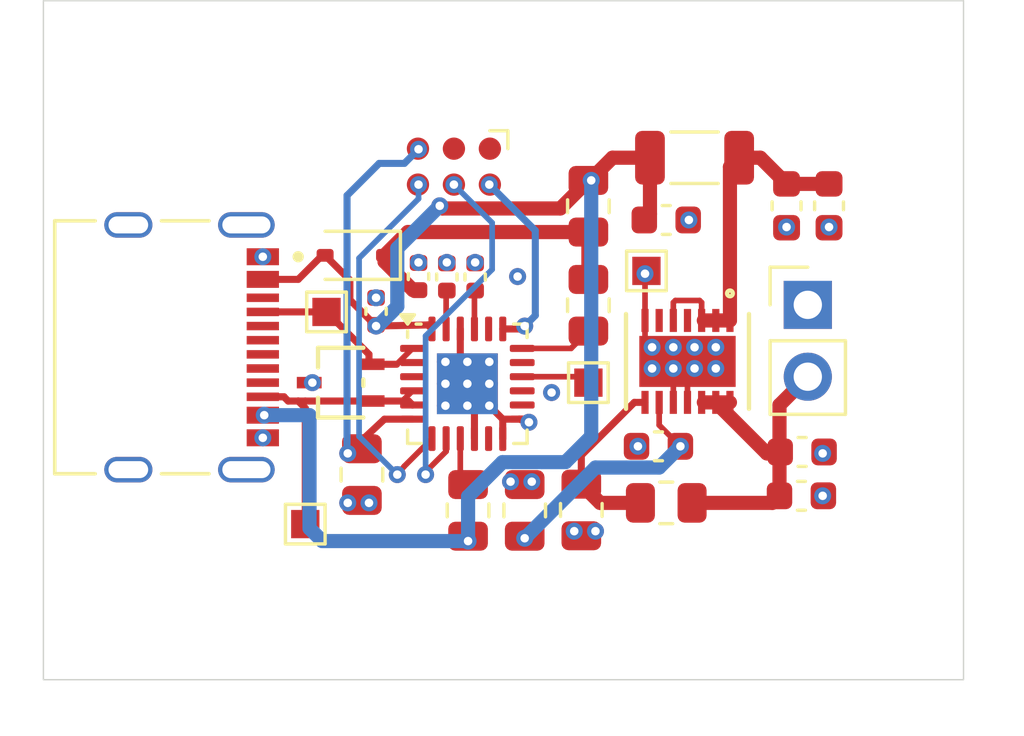
<source format=kicad_pcb>
(kicad_pcb (version 20240108) (generator "pcbnew") (generator_version "8.0")
  (layers (0 "F.Cu" signal) (1 "In1.Cu" signal) (2 "In2.Cu" signal) (31 "B.Cu" signal) (34 "B.Paste" user) (35 "F.Paste" user) (36 "B.SilkS" user "B.Silkscreen") (37 "F.SilkS" user "F.Silkscreen") (38 "B.Mask" user) (39 "F.Mask" user) (44 "Edge.Cuts" user))
  (net 0 "")
  (net 1 "GND")
  (net 2 "Net-(D1-K)")
  (net 3 "Net-(U1-VREG_1V2)")
  (net 4 "Net-(U1-VREG_2V7)")
  (net 5 "9v")
  (net 6 "+6V2")
  (net 7 "Net-(U3-SET)")
  (net 15 "Net-(J3-Pin_4)")
  (net 17 "Net-(J3-Pin_2)")
  (net 18 "Net-(J3-Pin_6)")
  (net 19 "/RESET")
  (net 20 "Net-(U1-VBUS_VS_DISCH)")
  (net 21 "Net-(U1-DISCH)")
  (net 22 "Net-(U3-PGFB)")
  (net 23 "Net-(U1-VBUS_EN_SNK)")
  (net 31 "/CC2")
  (net 32 "/CC1")
  (net 33 "unconnected-(U3-PG-Pad6)")
  (net 34 "Net-(D1-A)")
  (footprint "Capacitor_SMD:C_0603_1608Metric" (layer "F.Cu") (at 102.225 80.75 180)
    (property "Reference" "C11" (hide yes))
    (property "Value" "10u")
    (fp_line (start -0.14058 0.51) (end 0.14058 0.51) (stroke (width 0.12)) (layer "F.SilkS"))
    (fp_line (start -0.14058 -0.51) (end 0.14058 -0.51) (stroke (width 0.12)) (layer "F.SilkS"))
    (pad "1" smd roundrect (at -0.775 0 180) (size 0.9 0.95) (layers "F.Cu" "F.Paste" "F.Mask") (net 7 "Net-(U3-SET)"))
    (pad "2" smd roundrect (at 0.775 0 180) (size 0.9 0.95) (layers "F.Cu" "F.Paste" "F.Mask") (net 1 "GND"))
  )
  (footprint "Resistor_SMD:R_0805_2012Metric" (layer "F.Cu") (at 91.75 81.75 90)
    (property "Reference" "R1" (hide yes))
    (property "Value" "100k")
    (fp_line (start -0.227064 -0.735) (end 0.227064 -0.735) (stroke (width 0.12)) (layer "F.SilkS"))
    (fp_line (start -0.227064 0.735) (end 0.227064 0.735) (stroke (width 0.12)) (layer "F.SilkS"))
    (pad "1" smd roundrect (at -0.9125 0 90) (size 1.025 1.4) (layers "F.Cu" "F.Paste" "F.Mask") (roundrect_rratio 0.243902) (net 1 "GND"))
    (pad "2" smd roundrect (at 0.9125 0 90) (size 1.025 1.4) (layers "F.Cu" "F.Paste" "F.Mask") (roundrect_rratio 0.243902) (net 19 "/RESET"))
  )
  (footprint "lt3041:05-08-1708_ADI" (layer "F.Cu") (at 103.25 77.75 -90)
    (property "Reference" "U3" (hide yes))
    (property "Value" "LT3041ADE-PBF")
    (fp_line (start -1.6764 2.1717) (end 1.6764 2.1717) (stroke (width 0.1524)) (layer "F.SilkS"))
    (fp_line (start 1.6764 -2.1717) (end -1.6764 -2.1717) (stroke (width 0.1524)) (layer "F.SilkS"))
    (fp_circle (center -2.405 -1.5) (end -2.3034 -1.5) (stroke (width 0.1524)) (fill none) (layer "F.SilkS"))
    (pad "1" smd rect (at -1.4478 -1.5 270) (size 0.8128 0.254) (layers "F.Cu" "F.Paste" "F.Mask") (net 5 "9v"))
    (pad "2" smd rect (at -1.4478 -1.000001 270) (size 0.8128 0.254) (layers "F.Cu" "F.Paste" "F.Mask") (net 5 "9v"))
    (pad "3" smd rect (at -1.4478 -0.499999 270) (size 0.8128 0.254) (layers "F.Cu" "F.Paste" "F.Mask") (net 5 "9v"))
    (pad "4" smd rect (at -1.4478 0 270) (size 0.8128 0.254) (layers "F.Cu" "F.Paste" "F.Mask"))
    (pad "5" smd rect (at -1.4478 0.500002 270) (size 0.8128 0.254) (layers "F.Cu" "F.Paste" "F.Mask") (net 5 "9v"))
    (pad "6" smd rect (at -1.4478 1.000001 270) (size 0.8128 0.254) (layers "F.Cu" "F.Paste" "F.Mask") (net 33 "unconnected-(U3-PG-Pad6)"))
    (pad "7" smd rect (at -1.4478 1.5 270) (size 0.8128 0.254) (layers "F.Cu" "F.Paste" "F.Mask") (net 1 "GND"))
    (pad "8" smd rect (at 1.4478 1.5 270) (size 0.8128 0.254) (layers "F.Cu" "F.Paste" "F.Mask") (net 22 "Net-(U3-PGFB)"))
    (pad "9" smd rect (at 1.4478 1.000001 270) (size 0.8128 0.254) (layers "F.Cu" "F.Paste" "F.Mask") (net 7 "Net-(U3-SET)"))
    (pad "10" smd rect (at 1.4478 0.499999 270) (size 0.8128 0.254) (layers "F.Cu" "F.Paste" "F.Mask") (net 1 "GND"))
    (pad "11" smd rect (at 1.4478 0 270) (size 0.8128 0.254) (layers "F.Cu" "F.Paste" "F.Mask") (net 1 "GND"))
    (pad "12" smd rect (at 1.4478 -0.500002 270) (size 0.8128 0.254) (layers "F.Cu" "F.Paste" "F.Mask") (net 6 "+6V2"))
    (pad "13" smd rect (at 1.4478 -1.000001 270) (size 0.8128 0.254) (layers "F.Cu" "F.Paste" "F.Mask") (net 6 "+6V2"))
    (pad "14" smd rect (at 1.4478 -1.5 270) (size 0.8128 0.254) (layers "F.Cu" "F.Paste" "F.Mask") (net 6 "+6V2"))
    (pad "15" smd rect (at 0 0 270) (size 1.8034 3.4036) (layers "F.Cu" "F.Paste" "F.Mask") (net 1 "GND"))
  )
  (footprint "Capacitor_SMD:C_0402_1005Metric" (layer "F.Cu") (at 94.75 74.765 90)
    (property "Reference" "C3" (hide yes))
    (property "Value" "1u")
    (fp_line (start -0.107836 -0.36) (end 0.107836 -0.36) (stroke (width 0.12)) (layer "F.SilkS"))
    (fp_line (start -0.107836 0.36) (end 0.107836 0.36) (stroke (width 0.12)) (layer "F.SilkS"))
    (pad "1" smd roundrect (at -0.48 0 90) (size 0.56 0.62) (layers "F.Cu" "F.Paste" "F.Mask") (net 4 "Net-(U1-VREG_2V7)"))
    (pad "2" smd roundrect (at 0.48 0 90) (size 0.56 0.62) (layers "F.Cu" "F.Paste" "F.Mask") (net 1 "GND"))
  )
  (footprint "Resistor_SMD:R_0805_2012Metric" (layer "F.Cu") (at 102.5 82.75 180)
    (property "Reference" "R9" (hide yes))
    (property "Value" "1M")
    (fp_line (start -0.227064 0.735) (end 0.227064 0.735) (stroke (width 0.12)) (layer "F.SilkS"))
    (fp_line (start -0.227064 -0.735) (end 0.227064 -0.735) (stroke (width 0.12)) (layer "F.SilkS"))
    (pad "1" smd roundrect (at -0.9125 0 180) (size 1.025 1.4) (layers "F.Cu" "F.Paste" "F.Mask") (roundrect_rratio 0.243902) (net 6 "+6V2"))
    (pad "2" smd roundrect (at 0.9125 0 180) (size 1.025 1.4) (layers "F.Cu" "F.Paste" "F.Mask") (roundrect_rratio 0.243902) (net 22 "Net-(U3-PGFB)"))
  )
  (footprint "typec:HRO_TYPE-C-31-M-12" (layer "F.Cu") (at 83.5 77.25 -90)
    (property "Reference" "J1" (hide yes))
    (property "Value" "TYPE-C-31-M-12")
    (fp_line (start -4.47 2.6) (end 4.47 2.6) (stroke (width 0.127)) (layer "F.SilkS"))
    (fp_line (start -4.47 2.6) (end -4.47 1.17) (stroke (width 0.127)) (layer "F.SilkS"))
    (fp_line (start 4.47 2.6) (end 4.47 1.17) (stroke (width 0.127)) (layer "F.SilkS"))
    (fp_line (start -4.47 -2.85) (end -4.47 -1.17) (stroke (width 0.127)) (layer "F.SilkS"))
    (fp_line (start 4.47 -2.85) (end 4.47 -1.17) (stroke (width 0.127)) (layer "F.SilkS"))
    (fp_circle (center -3.2 -6) (end -3.1 -6) (stroke (width 0.2)) (fill none) (layer "F.SilkS"))
    (pad "" np_thru_hole circle (at -2.89 -3.68 270) (size 0.6 0.6) (drill 0.6) (layers "*.Cu" "*.Mask"))
    (pad "" np_thru_hole circle (at 2.89 -3.68 270) (size 0.6 0.6) (drill 0.6) (layers "*.Cu" "*.Mask"))
    (pad "A1_B12" smd rect (at -3.2 -4.75 270) (size 0.6 1.14) (layers "F.Cu" "F.Paste") (net 1 "GND"))
    (pad "A4_B9" smd rect (at -2.4 -4.75 270) (size 0.6 1.14) (layers "F.Cu" "F.Paste") (net 34 "Net-(D1-A)"))
    (pad "A5" smd rect (at -1.25 -4.75 270) (size 0.3 1.14) (layers "F.Cu" "F.Paste") (net 32 "/CC1"))
    (pad "A6" smd rect (at -0.25 -4.75 270) (size 0.3 1.14) (layers "F.Cu" "F.Paste"))
    (pad "A7" smd rect (at 0.25 -4.75 270) (size 0.3 1.14) (layers "F.Cu" "F.Paste"))
    (pad "A8" smd rect (at 1.25 -4.75 270) (size 0.3 1.14) (layers "F.Cu" "F.Paste"))
    (pad "B1_A12" smd rect (at 3.2 -4.75 270) (size 0.6 1.14) (layers "F.Cu" "F.Paste") (net 1 "GND"))
    (pad "B4_A9" smd rect (at 2.4 -4.75 270) (size 0.6 1.14) (layers "F.Cu" "F.Paste") (net 34 "Net-(D1-A)"))
    (pad "B5" smd rect (at 1.75 -4.75 270) (size 0.3 1.14) (layers "F.Cu" "F.Paste") (net 31 "/CC2"))
    (pad "B6" smd rect (at 0.75 -4.75 270) (size 0.3 1.14) (layers "F.Cu" "F.Paste"))
    (pad "B7" smd rect (at -0.75 -4.75 270) (size 0.3 1.14) (layers "F.Cu" "F.Paste"))
    (pad "B8" smd rect (at -1.75 -4.75 270) (size 0.3 1.14) (layers "F.Cu" "F.Paste"))
    (pad "S1" thru_hole oval (at -4.325 -4.17 270) (size 0.9 2) (drill oval 0.6 1.7) (layers "*.Cu" "*.Mask") (net 1 "GND"))
    (pad "S2" thru_hole oval (at 4.325 -4.17 270) (size 0.9 2) (drill oval 0.6 1.7) (layers "*.Cu" "*.Mask") (net 1 "GND"))
    (pad "S3" thru_hole oval (at -4.325 0 270) (size 0.9 1.7) (drill oval 0.6 1.4) (layers "*.Cu" "*.Mask") (net 1 "GND"))
    (pad "S4" thru_hole oval (at 4.325 0 270) (size 0.9 1.7) (drill oval 0.6 1.4) (layers "*.Cu" "*.Mask") (net 1 "GND"))
  )
  (footprint "Connector_PinHeader_2.54mm:PinHeader_1x02_P2.54mm_Vertical" (layer "F.Cu") (at 107.5 75.75)
    (property "Reference" "J2" (hide yes))
    (property "Value" "6vdc")
    (fp_line (start -1.33 -1.33) (end 0 -1.33) (stroke (width 0.12)) (layer "F.SilkS"))
    (fp_line (start -1.33 0) (end -1.33 -1.33) (stroke (width 0.12)) (layer "F.SilkS"))
    (fp_line (start -1.33 1.27) (end -1.33 3.87) (stroke (width 0.12)) (layer "F.SilkS"))
    (fp_line (start -1.33 1.27) (end 1.33 1.27) (stroke (width 0.12)) (layer "F.SilkS"))
    (fp_line (start -1.33 3.87) (end 1.33 3.87) (stroke (width 0.12)) (layer "F.SilkS"))
    (fp_line (start 1.33 1.27) (end 1.33 3.87) (stroke (width 0.12)) (layer "F.SilkS"))
    (pad "1" thru_hole rect (at 0 0) (size 1.7 1.7) (drill 1) (layers "*.Cu" "*.Mask") (net 1 "GND"))
    (pad "2" thru_hole oval (at 0 2.54) (size 1.7 1.7) (drill 1) (layers "*.Cu" "*.Mask") (net 6 "+6V2"))
  )
  (footprint "Capacitor_SMD:C_0603_1608Metric" (layer "F.Cu") (at 108.25 72.25 -90)
    (property "Reference" "C5" (hide yes))
    (property "Value" "10u")
    (fp_line (start -0.14058 0.51) (end 0.14058 0.51) (stroke (width 0.12)) (layer "F.SilkS"))
    (fp_line (start -0.14058 -0.51) (end 0.14058 -0.51) (stroke (width 0.12)) (layer "F.SilkS"))
    (pad "1" smd roundrect (at -0.775 0 270) (size 0.9 0.95) (layers "F.Cu" "F.Paste" "F.Mask") (net 5 "9v"))
    (pad "2" smd roundrect (at 0.775 0 270) (size 0.9 0.95) (layers "F.Cu" "F.Paste" "F.Mask") (net 1 "GND"))
  )
  (footprint "Tag-Connect:Tag-Connect_TC2030-IDC-NL_2x03_P1.27mm_Vertical" (layer "F.Cu") (at 95 70.865 180)
    (property "Reference" "J3" (hide yes))
    (property "Value" "TC2030-IDC")
    (fp_line (start -1.27 1.27) (end -1.905 1.27) (stroke (width 0.12)) (layer "F.SilkS"))
    (fp_line (start -1.905 1.27) (end -1.905 0.635) (stroke (width 0.12)) (layer "F.SilkS"))
    (pad "" np_thru_hole circle (at -2.54 0 180) (size 0.9906 0.9906) (drill 0.9906) (layers "*.Cu" "*.Mask"))
    (pad "" np_thru_hole circle (at 2.54 -1.016 180) (size 0.9906 0.9906) (drill 0.9906) (layers "*.Cu" "*.Mask"))
    (pad "" np_thru_hole circle (at 2.54 1.016 180) (size 0.9906 0.9906) (drill 0.9906) (layers "*.Cu" "*.Mask"))
    (pad "1" connect circle (at -1.27 0.635 180) (size 0.7874 0.7874) (layers "F.Cu" "F.Mask"))
    (pad "2" connect circle (at -1.27 -0.635 180) (size 0.7874 0.7874) (layers "F.Cu" "F.Mask") (net 17 "Net-(J3-Pin_2)"))
    (pad "3" connect circle (at 0 0.635 180) (size 0.7874 0.7874) (layers "F.Cu" "F.Mask"))
    (pad "4" connect circle (at 0 -0.635 180) (size 0.7874 0.7874) (layers "F.Cu" "F.Mask") (net 15 "Net-(J3-Pin_4)"))
    (pad "5" connect circle (at 1.27 0.635 180) (size 0.7874 0.7874) (layers "F.Cu" "F.Mask") (net 19 "/RESET"))
    (pad "6" connect circle (at 1.27 -0.635 180) (size 0.7874 0.7874) (layers "F.Cu" "F.Mask") (net 18 "Net-(J3-Pin_6)"))
  )
  (footprint "TestPoint:TestPoint_Pad_1.0x1.0mm" (layer "F.Cu") (at 101.8 74.55)
    (property "Reference" "TP2" (hide yes))
    (property "Value" "gnd")
    (fp_line (start -0.7 -0.7) (end 0.7 -0.7) (stroke (width 0.12)) (layer "F.SilkS"))
    (fp_line (start -0.7 0.7) (end -0.7 -0.7) (stroke (width 0.12)) (layer "F.SilkS"))
    (fp_line (start 0.7 -0.7) (end 0.7 0.7) (stroke (width 0.12)) (layer "F.SilkS"))
    (fp_line (start 0.7 0.7) (end -0.7 0.7) (stroke (width 0.12)) (layer "F.SilkS"))
    (pad "1" smd rect (at 0 0) (size 1 1) (layers "F.Cu" "F.Mask") (net 1 "GND"))
  )
  (footprint "Capacitor_SMD:C_0603_1608Metric" (layer "F.Cu") (at 106.75 72.25 -90)
    (property "Reference" "C4" (hide yes))
    (property "Value" "10u")
    (fp_line (start -0.14058 0.51) (end 0.14058 0.51) (stroke (width 0.12)) (layer "F.SilkS"))
    (fp_line (start -0.14058 -0.51) (end 0.14058 -0.51) (stroke (width 0.12)) (layer "F.SilkS"))
    (pad "1" smd roundrect (at -0.775 0 270) (size 0.9 0.95) (layers "F.Cu" "F.Paste" "F.Mask") (net 5 "9v"))
    (pad "2" smd roundrect (at 0.775 0 270) (size 0.9 0.95) (layers "F.Cu" "F.Paste" "F.Mask") (net 1 "GND"))
  )
  (footprint "MountingHole:MountingHole_2.5mm" (layer "F.Cu") (at 110 68)
    (property "Reference" "H1" (hide yes))
    (property "Value" "MountingHole")
    (pad "" np_thru_hole circle (at 0 0) (size 2.5 2.5) (drill 2.5) (layers "*.Cu" "*.Mask"))
  )
  (footprint "TestPoint:TestPoint_Pad_1.0x1.0mm" (layer "F.Cu") (at 90.5 76)
    (property "Reference" "TP4" (hide yes))
    (property "Value" "cc1")
    (fp_line (start -0.7 -0.7) (end 0.7 -0.7) (stroke (width 0.12)) (layer "F.SilkS"))
    (fp_line (start -0.7 0.7) (end -0.7 -0.7) (stroke (width 0.12)) (layer "F.SilkS"))
    (fp_line (start 0.7 -0.7) (end 0.7 0.7) (stroke (width 0.12)) (layer "F.SilkS"))
    (fp_line (start 0.7 0.7) (end -0.7 0.7) (stroke (width 0.12)) (layer "F.SilkS"))
    (pad "1" smd rect (at 0 0) (size 1 1) (layers "F.Cu" "F.Mask") (net 32 "/CC1"))
  )
  (footprint "Resistor_SMD:R_0805_2012Metric" (layer "F.Cu") (at 95.5 83.015 90)
    (property "Reference" "R7" (hide yes))
    (property "Value" "1k")
    (fp_line (start -0.227064 -0.735) (end 0.227064 -0.735) (stroke (width 0.12)) (layer "F.SilkS"))
    (fp_line (start -0.227064 0.735) (end 0.227064 0.735) (stroke (width 0.12)) (layer "F.SilkS"))
    (pad "1" smd roundrect (at -0.9125 0 90) (size 1.025 1.4) (layers "F.Cu" "F.Paste" "F.Mask") (roundrect_rratio 0.243902) (net 34 "Net-(D1-A)"))
    (pad "2" smd roundrect (at 0.9125 0 90) (size 1.025 1.4) (layers "F.Cu" "F.Paste" "F.Mask") (roundrect_rratio 0.243902) (net 21 "Net-(U1-DISCH)"))
  )
  (footprint "Capacitor_SMD:C_0402_1005Metric" (layer "F.Cu") (at 93.75 74.75 90)
    (property "Reference" "C1" (hide yes))
    (property "Value" "1u")
    (fp_line (start -0.107836 -0.36) (end 0.107836 -0.36) (stroke (width 0.12)) (layer "F.SilkS"))
    (fp_line (start -0.107836 0.36) (end 0.107836 0.36) (stroke (width 0.12)) (layer "F.SilkS"))
    (pad "1" smd roundrect (at -0.48 0 90) (size 0.56 0.62) (layers "F.Cu" "F.Paste" "F.Mask") (net 2 "Net-(D1-K)"))
    (pad "2" smd roundrect (at 0.48 0 90) (size 0.56 0.62) (layers "F.Cu" "F.Paste" "F.Mask") (net 1 "GND"))
  )
  (footprint "Capacitor_SMD:C_0603_1608Metric" (layer "F.Cu") (at 107.275 82.5)
    (property "Reference" "C9" (hide yes))
    (property "Value" "10u")
    (fp_line (start -0.14058 -0.51) (end 0.14058 -0.51) (stroke (width 0.12)) (layer "F.SilkS"))
    (fp_line (start -0.14058 0.51) (end 0.14058 0.51) (stroke (width 0.12)) (layer "F.SilkS"))
    (pad "1" smd roundrect (at -0.775 0) (size 0.9 0.95) (layers "F.Cu" "F.Paste" "F.Mask") (net 6 "+6V2"))
    (pad "2" smd roundrect (at 0.775 0) (size 0.9 0.95) (layers "F.Cu" "F.Paste" "F.Mask") (net 1 "GND"))
  )
  (footprint "Capacitor_SMD:C_0402_1005Metric" (layer "F.Cu") (at 92.25 75.98 -90)
    (property "Reference" "C7" (hide yes))
    (property "Value" "1u")
    (fp_line (start -0.107836 0.36) (end 0.107836 0.36) (stroke (width 0.12)) (layer "F.SilkS"))
    (fp_line (start -0.107836 -0.36) (end 0.107836 -0.36) (stroke (width 0.12)) (layer "F.SilkS"))
    (pad "1" smd roundrect (at -0.48 0 270) (size 0.56 0.62) (layers "F.Cu" "F.Paste" "F.Mask") (net 1 "GND"))
    (pad "2" smd roundrect (at 0.48 0 270) (size 0.56 0.62) (layers "F.Cu" "F.Paste" "F.Mask") (net 34 "Net-(D1-A)"))
  )
  (footprint "Resistor_SMD:R_0805_2012Metric" (layer "F.Cu") (at 99.5 83 -90)
    (property "Reference" "R10" (hide yes))
    (property "Value" "51k")
    (fp_line (start -0.227064 0.735) (end 0.227064 0.735) (stroke (width 0.12)) (layer "F.SilkS"))
    (fp_line (start -0.227064 -0.735) (end 0.227064 -0.735) (stroke (width 0.12)) (layer "F.SilkS"))
    (pad "1" smd roundrect (at -0.9125 0 270) (size 1.025 1.4) (layers "F.Cu" "F.Paste" "F.Mask") (roundrect_rratio 0.243902) (net 22 "Net-(U3-PGFB)"))
    (pad "2" smd roundrect (at 0.9125 0 270) (size 1.025 1.4) (layers "F.Cu" "F.Paste" "F.Mask") (roundrect_rratio 0.243902) (net 1 "GND"))
  )
  (footprint "Inductor_SMD:L_1206_3216Metric" (layer "F.Cu") (at 103.5 70.5494)
    (property "Reference" "FB1" (hide yes))
    (property "Value" "YI321611U151-4R5T")
    (fp_line (start -0.835242 -0.91) (end 0.835242 -0.91) (stroke (width 0.12)) (layer "F.SilkS"))
    (fp_line (start -0.835242 0.91) (end 0.835242 0.91) (stroke (width 0.12)) (layer "F.SilkS"))
    (pad "1" smd roundrect (at -1.575 0) (size 1.05 1.9) (layers "F.Cu" "F.Paste" "F.Mask") (roundrect_rratio 0.238095) (net 34 "Net-(D1-A)"))
    (pad "2" smd roundrect (at 1.575 0) (size 1.05 1.9) (layers "F.Cu" "F.Paste" "F.Mask") (roundrect_rratio 0.238095) (net 5 "9v"))
  )
  (footprint "MountingHole:MountingHole_2.5mm" (layer "F.Cu") (at 110 86)
    (property "Reference" "H4" (hide yes))
    (property "Value" "MountingHole")
    (pad "" np_thru_hole circle (at 0 0) (size 2.5 2.5) (drill 2.5) (layers "*.Cu" "*.Mask"))
  )
  (footprint "footprints:SOT323-3L_STM" (layer "F.Cu") (at 91 78.5 180)
    (property "Reference" "CR1" (hide yes))
    (property "Value" "ESDA25W")
    (fp_line (start 0.8001 1.2319) (end 0.8001 0.53594) (stroke (width 0.1524)) (layer "F.SilkS"))
    (fp_line (start 0.8001 -0.53594) (end 0.8001 -1.2319) (stroke (width 0.1524)) (layer "F.SilkS"))
    (fp_line (start 0.8001 -1.2319) (end -0.8001 -1.2319) (stroke (width 0.1524)) (layer "F.SilkS"))
    (fp_line (start -0.8001 1.2319) (end 0.8001 1.2319) (stroke (width 0.1524)) (layer "F.SilkS"))
    (fp_line (start -0.8001 -0.114059) (end -0.8001 0.114059) (stroke (width 0.1524)) (layer "F.SilkS"))
    (pad "1" smd rect (at -1.11125 -0.649999 180) (size 0.8763 0.4064) (layers "F.Cu" "F.Paste" "F.Mask") (net 31 "/CC2"))
    (pad "2" smd rect (at -1.11125 0.649999 180) (size 0.8763 0.4064) (layers "F.Cu" "F.Paste" "F.Mask") (net 32 "/CC1"))
    (pad "3" smd rect (at 1.11125 0 180) (size 0.8763 0.4064) (layers "F.Cu" "F.Paste" "F.Mask") (net 1 "GND"))
  )
  (footprint "Resistor_SMD:R_0805_2012Metric" (layer "F.Cu") (at 99.75 75.765 -90)
    (property "Reference" "R3" (hide yes))
    (property "Value" "1k")
    (fp_line (start -0.227064 0.735) (end 0.227064 0.735) (stroke (width 0.12)) (layer "F.SilkS"))
    (fp_line (start -0.227064 -0.735) (end 0.227064 -0.735) (stroke (width 0.12)) (layer "F.SilkS"))
    (pad "1" smd roundrect (at -0.9125 0 270) (size 1.025 1.4) (layers "F.Cu" "F.Paste" "F.Mask") (roundrect_rratio 0.243902) (net 2 "Net-(D1-K)"))
    (pad "2" smd roundrect (at 0.9125 0 270) (size 1.025 1.4) (layers "F.Cu" "F.Paste" "F.Mask") (roundrect_rratio 0.243902) (net 20 "Net-(U1-VBUS_VS_DISCH)"))
  )
  (footprint "Capacitor_SMD:C_0603_1608Metric" (layer "F.Cu") (at 102.5 72.75)
    (property "Reference" "C8" (hide yes))
    (property "Value" "10u")
    (fp_line (start -0.14058 -0.51) (end 0.14058 -0.51) (stroke (width 0.12)) (layer "F.SilkS"))
    (fp_line (start -0.14058 0.51) (end 0.14058 0.51) (stroke (width 0.12)) (layer "F.SilkS"))
    (pad "1" smd roundrect (at -0.775 0) (size 0.9 0.95) (layers "F.Cu" "F.Paste" "F.Mask") (net 34 "Net-(D1-A)"))
    (pad "2" smd roundrect (at 0.775 0) (size 0.9 0.95) (layers "F.Cu" "F.Paste" "F.Mask") (net 1 "GND"))
  )
  (footprint "Diode_SMD:D_SOD-323" (layer "F.Cu") (at 91.5 74 180)
    (property "Reference" "D1" (hide yes))
    (property "Value" "D_Schottky")
    (fp_line (start -1.61 0.85) (end 1.05 0.85) (stroke (width 0.12)) (layer "F.SilkS"))
    (fp_line (start -1.61 -0.85) (end 1.05 -0.85) (stroke (width 0.12)) (layer "F.SilkS"))
    (fp_line (start -1.61 -0.85) (end -1.61 0.85) (stroke (width 0.12)) (layer "F.SilkS"))
    (pad "1" smd roundrect (at -1.05 0 180) (size 0.6 0.45) (layers "F.Cu" "F.Paste" "F.Mask") (net 2 "Net-(D1-K)"))
    (pad "2" smd roundrect (at 1.05 0 180) (size 0.6 0.45) (layers "F.Cu" "F.Paste" "F.Mask") (net 34 "Net-(D1-A)"))
  )
  (footprint "Resistor_SMD:R_0805_2012Metric" (layer "F.Cu") (at 99.75 72.265 -90)
    (property "Reference" "R4" (hide yes))
    (property "Value" "470")
    (fp_line (start -0.227064 0.735) (end 0.227064 0.735) (stroke (width 0.12)) (layer "F.SilkS"))
    (fp_line (start -0.227064 -0.735) (end 0.227064 -0.735) (stroke (width 0.12)) (layer "F.SilkS"))
    (pad "1" smd roundrect (at -0.9125 0 270) (size 1.025 1.4) (layers "F.Cu" "F.Paste" "F.Mask") (roundrect_rratio 0.243902) (net 34 "Net-(D1-A)"))
    (pad "2" smd roundrect (at 0.9125 0 270) (size 1.025 1.4) (layers "F.Cu" "F.Paste" "F.Mask") (roundrect_rratio 0.243902) (net 2 "Net-(D1-K)"))
  )
  (footprint "TestPoint:TestPoint_Pad_1.0x1.0mm" (layer "F.Cu") (at 99.75 78.5)
    (property "Reference" "TP3" (hide yes))
    (property "Value" "VBUS_EN")
    (fp_line (start -0.7 -0.7) (end 0.7 -0.7) (stroke (width 0.12)) (layer "F.SilkS"))
    (fp_line (start -0.7 0.7) (end -0.7 -0.7) (stroke (width 0.12)) (layer "F.SilkS"))
    (fp_line (start 0.7 -0.7) (end 0.7 0.7) (stroke (width 0.12)) (layer "F.SilkS"))
    (fp_line (start 0.7 0.7) (end -0.7 0.7) (stroke (width 0.12)) (layer "F.SilkS"))
    (pad "1" smd rect (at 0 0) (size 1 1) (layers "F.Cu" "F.Mask") (net 23 "Net-(U1-VBUS_EN_SNK)"))
  )
  (footprint "Capacitor_SMD:C_0603_1608Metric" (layer "F.Cu") (at 107.3 80.95)
    (property "Reference" "C6" (hide yes))
    (property "Value" "10u")
    (fp_line (start -0.14058 -0.51) (end 0.14058 -0.51) (stroke (width 0.12)) (layer "F.SilkS"))
    (fp_line (start -0.14058 0.51) (end 0.14058 0.51) (stroke (width 0.12)) (layer "F.SilkS"))
    (pad "1" smd roundrect (at -0.775 0) (size 0.9 0.95) (layers "F.Cu" "F.Paste" "F.Mask") (net 6 "+6V2"))
    (pad "2" smd roundrect (at 0.775 0) (size 0.9 0.95) (layers "F.Cu" "F.Paste" "F.Mask") (net 1 "GND"))
  )
  (footprint "Resistor_SMD:R_0805_2012Metric" (layer "F.Cu") (at 97.5 83.015 90)
    (property "Reference" "R11" (hide yes))
    (property "Value" "62k")
    (fp_line (start -0.227064 -0.735) (end 0.227064 -0.735) (stroke (width 0.12)) (layer "F.SilkS"))
    (fp_line (start -0.227064 0.735) (end 0.227064 0.735) (stroke (width 0.12)) (layer "F.SilkS"))
    (pad "1" smd roundrect (at -0.9125 0 90) (size 1.025 1.4) (layers "F.Cu" "F.Paste" "F.Mask") (roundrect_rratio 0.243902) (net 7 "Net-(U3-SET)"))
    (pad "2" smd roundrect (at 0.9125 0 90) (size 1.025 1.4) (layers "F.Cu" "F.Paste" "F.Mask") (roundrect_rratio 0.243902) (net 1 "GND"))
  )
  (footprint "MountingHole:MountingHole_2.5mm" (layer "F.Cu") (at 85 68)
    (property "Reference" "H2" (hide yes))
    (property "Value" "MountingHole")
    (pad "" np_thru_hole circle (at 0 0) (size 2.5 2.5) (drill 2.5) (layers "*.Cu" "*.Mask"))
  )
  (footprint "MountingHole:MountingHole_2.5mm" (layer "F.Cu") (at 85 86)
    (property "Reference" "H3" (hide yes))
    (property "Value" "MountingHole")
    (pad "" np_thru_hole circle (at 0 0) (size 2.5 2.5) (drill 2.5) (layers "*.Cu" "*.Mask"))
  )
  (footprint "Capacitor_SMD:C_0402_1005Metric" (layer "F.Cu") (at 95.75 74.765 90)
    (property "Reference" "C2" (hide yes))
    (property "Value" "1u")
    (fp_line (start -0.107836 -0.36) (end 0.107836 -0.36) (stroke (width 0.12)) (layer "F.SilkS"))
    (fp_line (start -0.107836 0.36) (end 0.107836 0.36) (stroke (width 0.12)) (layer "F.SilkS"))
    (pad "1" smd roundrect (at -0.48 0 90) (size 0.56 0.62) (layers "F.Cu" "F.Paste" "F.Mask") (net 3 "Net-(U1-VREG_1V2)"))
    (pad "2" smd roundrect (at 0.48 0 90) (size 0.56 0.62) (layers "F.Cu" "F.Paste" "F.Mask") (net 1 "GND"))
  )
  (footprint "Package_DFN_QFN:QFN-24-1EP_4x4mm_P0.5mm_EP2.15x2.15mm_ThermalVias" (layer "F.Cu") (at 95.475 78.54)
    (property "Reference" "U1" (hide yes))
    (property "Value" "STUSB4500QTR")
    (fp_line (start -2.11 -1.635) (end -2.11 -1.87) (stroke (width 0.12)) (layer "F.SilkS"))
    (fp_line (start -2.11 2.11) (end -2.11 1.635) (stroke (width 0.12)) (layer "F.SilkS"))
    (fp_line (start -1.635 -2.11) (end -1.81 -2.11) (stroke (width 0.12)) (layer "F.SilkS"))
    (fp_line (start -1.635 2.11) (end -2.11 2.11) (stroke (width 0.12)) (layer "F.SilkS"))
    (fp_line (start 1.635 -2.11) (end 2.11 -2.11) (stroke (width 0.12)) (layer "F.SilkS"))
    (fp_line (start 1.635 2.11) (end 2.11 2.11) (stroke (width 0.12)) (layer "F.SilkS"))
    (fp_line (start 2.11 -2.11) (end 2.11 -1.635) (stroke (width 0.12)) (layer "F.SilkS"))
    (fp_line (start 2.11 2.11) (end 2.11 1.635) (stroke (width 0.12)) (layer "F.SilkS"))
    (fp_poly (pts (xy -2.11 -2.11) (xy -2.35 -2.44) (xy -1.87 -2.44) (xy -2.11 -2.11)) (stroke (width 0.12)) (fill solid) (layer "F.SilkS"))
    (pad "1" smd roundrect (at -1.9375 -1.25) (size 0.875 0.25) (layers "F.Cu" "F.Paste" "F.Mask") (net 32 "/CC1"))
    (pad "2" smd roundrect (at -1.9375 -0.75) (size 0.875 0.25) (layers "F.Cu" "F.Paste" "F.Mask") (net 32 "/CC1"))
    (pad "3" smd roundrect (at -1.9375 -0.25) (size 0.875 0.25) (layers "F.Cu" "F.Paste" "F.Mask"))
    (pad "4" smd roundrect (at -1.9375 0.25) (size 0.875 0.25) (layers "F.Cu" "F.Paste" "F.Mask") (net 31 "/CC2"))
    (pad "5" smd roundrect (at -1.9375 0.75) (size 0.875 0.25) (layers "F.Cu" "F.Paste" "F.Mask") (net 31 "/CC2"))
    (pad "6" smd roundrect (at -1.9375 1.25) (size 0.875 0.25) (layers "F.Cu" "F.Paste" "F.Mask") (net 19 "/RESET"))
    (pad "7" smd roundrect (at -1.25 1.9375) (size 0.25 0.875) (layers "F.Cu" "F.Paste" "F.Mask") (net 18 "Net-(J3-Pin_6)"))
    (pad "8" smd roundrect (at -0.75 1.9375) (size 0.25 0.875) (layers "F.Cu" "F.Paste" "F.Mask") (net 15 "Net-(J3-Pin_4)"))
    (pad "9" smd roundrect (at -0.25 1.9375) (size 0.25 0.875) (layers "F.Cu" "F.Paste" "F.Mask") (net 21 "Net-(U1-DISCH)"))
    (pad "10" smd roundrect (at 0.25 1.9375) (size 0.25 0.875) (layers "F.Cu" "F.Paste" "F.Mask") (net 1 "GND"))
    (pad "11" smd roundrect (at 0.75 1.9375) (size 0.25 0.875) (layers "F.Cu" "F.Paste" "F.Mask"))
    (pad "12" smd roundrect (at 1.25 1.9375) (size 0.25 0.875) (layers "F.Cu" "F.Paste" "F.Mask") (net 1 "GND"))
    (pad "13" smd roundrect (at 1.9375 1.25) (size 0.875 0.25) (layers "F.Cu" "F.Paste" "F.Mask") (net 1 "GND"))
    (pad "14" smd roundrect (at 1.9375 0.75) (size 0.875 0.25) (layers "F.Cu" "F.Paste" "F.Mask"))
    (pad "15" smd roundrect (at 1.9375 0.25) (size 0.875 0.25) (layers "F.Cu" "F.Paste" "F.Mask"))
    (pad "16" smd roundrect (at 1.9375 -0.25) (size 0.875 0.25) (layers "F.Cu" "F.Paste" "F.Mask") (net 23 "Net-(U1-VBUS_EN_SNK)"))
    (pad "17" smd roundrect (at 1.9375 -0.75) (size 0.875 0.25) (layers "F.Cu" "F.Paste" "F.Mask"))
    (pad "18" smd roundrect (at 1.9375 -1.25) (size 0.875 0.25) (layers "F.Cu" "F.Paste" "F.Mask") (net 20 "Net-(U1-VBUS_VS_DISCH)"))
    (pad "19" smd roundrect (at 1.25 -1.9375) (size 0.25 0.875) (layers "F.Cu" "F.Paste" "F.Mask") (net 17 "Net-(J3-Pin_2)"))
    (pad "20" smd roundrect (at 0.75 -1.9375) (size 0.25 0.875) (layers "F.Cu" "F.Paste" "F.Mask"))
    (pad "21" smd roundrect (at 0.25 -1.9375) (size 0.25 0.875) (layers "F.Cu" "F.Paste" "F.Mask") (net 3 "Net-(U1-VREG_1V2)"))
    (pad "22" smd roundrect (at -0.25 -1.9375) (size 0.25 0.875) (layers "F.Cu" "F.Paste" "F.Mask") (net 1 "GND"))
    (pad "23" smd roundrect (at -0.75 -1.9375) (size 0.25 0.875) (layers "F.Cu" "F.Paste" "F.Mask") (net 4 "Net-(U1-VREG_2V7)"))
    (pad "24" smd roundrect (at -1.25 -1.9375) (size 0.25 0.875) (layers "F.Cu" "F.Paste" "F.Mask") (net 34 "Net-(D1-A)"))
    (pad "25" thru_hole circle (at -0.775 -0.775) (size 0.6 0.6) (drill 0.3) (property pad_prop_heatsink) (layers "*.Cu") (net 1 "GND"))
    (pad "25" thru_hole circle (at -0.775 0) (size 0.6 0.6) (drill 0.3) (property pad_prop_heatsink) (layers "*.Cu") (net 1 "GND"))
    (pad "25" thru_hole circle (at -0.775 0.775) (size 0.6 0.6) (drill 0.3) (property pad_prop_heatsink) (layers "*.Cu") (net 1 "GND"))
    (pad "25" thru_hole circle (at 0 -0.775) (size 0.6 0.6) (drill 0.3) (property pad_prop_heatsink) (layers "*.Cu") (net 1 "GND"))
    (pad "25" thru_hole circle (at 0 0) (size 0.6 0.6) (drill 0.3) (property pad_prop_heatsink) (layers "*.Cu") (net 1 "GND"))
    (pad "25" smd rect (at 0 0) (size 2.15 2.15) (property pad_prop_heatsink) (layers "F.Cu" "F.Mask") (net 1 "GND"))
    (pad "25" smd rect (at 0 0) (size 2.15 2.15) (property pad_prop_heatsink) (layers "B.Cu") (net 1 "GND"))
    (pad "25" thru_hole circle (at 0 0.775) (size 0.6 0.6) (drill 0.3) (property pad_prop_heatsink) (layers "*.Cu") (net 1 "GND"))
    (pad "25" thru_hole circle (at 0.775 -0.775) (size 0.6 0.6) (drill 0.3) (property pad_prop_heatsink) (layers "*.Cu") (net 1 "GND"))
    (pad "25" thru_hole circle (at 0.775 0) (size 0.6 0.6) (drill 0.3) (property pad_prop_heatsink) (layers "*.Cu") (net 1 "GND"))
    (pad "25" thru_hole circle (at 0.775 0.775) (size 0.6 0.6) (drill 0.3) (property pad_prop_heatsink) (layers "*.Cu") (net 1 "GND"))
  )
  (footprint "TestPoint:TestPoint_Pad_1.0x1.0mm" (layer "F.Cu") (at 89.75 83.5)
    (property "Reference" "TP1" (hide yes))
    (property "Value" "cc2")
    (fp_line (start -0.7 -0.7) (end 0.7 -0.7) (stroke (width 0.12)) (layer "F.SilkS"))
    (fp_line (start -0.7 0.7) (end -0.7 -0.7) (stroke (width 0.12)) (layer "F.SilkS"))
    (fp_line (start 0.7 -0.7) (end 0.7 0.7) (stroke (width 0.12)) (layer "F.SilkS"))
    (fp_line (start 0.7 0.7) (end -0.7 0.7) (stroke (width 0.12)) (layer "F.SilkS"))
    (pad "1" smd rect (at 0 0) (size 1 1) (layers "F.Cu" "F.Mask") (net 31 "/CC2"))
  )
  (gr_rect (start 80.5 65) (end 113 89) (stroke (width 0.05)) (fill none) (layer "Edge.Cuts"))
  (segment (start 96.725 80.4775) (end 96.725 79.79) (width 0.25) (layer "F.Cu") (net 1))
  (segment (start 97.5225 79.79) (end 96.725 79.79) (width 0.25) (layer "F.Cu") (net 1))
  (segment (start 103.25 79.1978) (end 103.25 77.75) (width 0.2) (layer "F.Cu") (net 1))
  (segment (start 95.225 76.6025) (end 95.225 77.515) (width 0.25) (layer "F.Cu") (net 1))
  (segment (start 101.75 74.6) (end 101.8 74.55) (width 0.2) (layer "F.Cu") (net 1))
  (segment (start 95.725 78.79) (end 95.475 78.54) (width 0.25) (layer "F.Cu") (net 1))
  (segment (start 97.4125 79.79) (end 97.3025 79.79) (width 0.25) (layer "F.Cu") (net 1))
  (segment (start 101.75 76.935601) (end 102.564399 77.75) (width 0.2) (layer "F.Cu") (net 1))
  (segment (start 102.750001 79.1978) (end 102.750001 78.249999) (width 0.2) (layer "F.Cu") (net 1))
  (segment (start 101.75 76.3022) (end 101.75 76.935601) (width 0.2) (layer "F.Cu") (net 1))
  (segment (start 95.225 77.515) (end 95.475 77.765) (width 0.25) (layer "F.Cu") (net 1))
  (segment (start 95.725 80.4775) (end 95.725 78.79) (width 0.25) (layer "F.Cu") (net 1))
  (segment (start 97.65 79.9) (end 97.5225 79.79) (width 0.25) (layer "F.Cu") (net 1))
  (segment (start 97.3025 79.79) (end 97.65 79.9) (width 0.25) (layer "F.Cu") (net 1))
  (segment (start 102.564399 77.75) (end 103.25 77.75) (width 0.2) (layer "F.Cu") (net 1))
  (segment (start 101.75 74.65) (end 101.75 74.6) (width 0.2) (layer "F.Cu") (net 1))
  (segment (start 101.75 76.3022) (end 101.75 74.65) (width 0.2) (layer "F.Cu") (net 1))
  (segment (start 102.750001 78.249999) (end 103.25 77.75) (width 0.2) (layer "F.Cu") (net 1))
  (segment (start 96.725 79.79) (end 95.475 78.54) (width 0.25) (layer "F.Cu") (net 1))
  (via (at 93.75 74.25) (size 0.6) (drill 0.3) (layers "F.Cu" "B.Cu") (net 1))
  (via (at 92 82.75) (size 0.6) (drill 0.3) (layers "F.Cu" "B.Cu") (net 1))
  (via (at 108.025 81) (size 0.6) (drill 0.3) (layers "F.Cu" "B.Cu") (net 1))
  (via (at 97.65 79.9) (size 0.6) (drill 0.3) (layers "F.Cu" "B.Cu") (net 1))
  (via (at 104.25 78) (size 0.6) (drill 0.3) (layers "F.Cu" "B.Cu") (net 1))
  (via (at 92.25 75.5) (size 0.6) (drill 0.3) (layers "F.Cu" "B.Cu") (net 1))
  (via (at 99.25 83.75) (size 0.6) (drill 0.3) (layers "F.Cu" "B.Cu") (net 1))
  (via (at 103.2994 72.75) (size 0.6) (drill 0.3) (layers "F.Cu" "B.Cu") (net 1))
  (via (at 88.25 74.05) (size 0.6) (drill 0.3) (layers "F.Cu" "B.Cu") (net 1))
  (via (at 95.75 74.25) (size 0.6) (drill 0.3) (layers "F.Cu" "B.Cu") (net 1))
  (via (at 94.75 74.25) (size 0.6) (drill 0.3) (layers "F.Cu" "B.Cu") (net 1))
  (via (at 108.25 73) (size 0.6) (drill 0.3) (layers "F.Cu" "B.Cu") (net 1))
  (via (at 98.45 78.85) (size 0.6) (drill 0.3) (layers "F.Cu" "B.Cu") (net 1))
  (via (at 101.5 80.75) (size 0.6) (drill 0.3) (layers "F.Cu" "B.Cu") (net 1))
  (via (at 102.75 77.25) (size 0.6) (drill 0.3) (layers "F.Cu" "B.Cu") (net 1))
  (via (at 90 78.5) (size 0.6) (drill 0.3) (layers "F.Cu" "B.Cu") (net 1))
  (via (at 102.75 78) (size 0.6) (drill 0.3) (layers "F.Cu" "B.Cu") (net 1))
  (via (at 106.75 73) (size 0.6) (drill 0.3) (layers "F.Cu" "B.Cu") (net 1))
  (via (at 108.025 82.5) (size 0.6) (drill 0.3) (layers "F.Cu" "B.Cu") (net 1))
  (via (at 104.25 77.25) (size 0.6) (drill 0.3) (layers "F.Cu" "B.Cu") (net 1))
  (via (at 102 77.25) (size 0.6) (drill 0.3) (layers "F.Cu" "B.Cu") (net 1))
  (via (at 103.5 78) (size 0.6) (drill 0.3) (layers "F.Cu" "B.Cu") (net 1))
  (via (at 91.25 82.75) (size 0.6) (drill 0.3) (layers "F.Cu" "B.Cu") (net 1))
  (via (at 97 82) (size 0.6) (drill 0.3) (layers "F.Cu" "B.Cu") (net 1))
  (via (at 102 78) (size 0.6) (drill 0.3) (layers "F.Cu" "B.Cu") (net 1))
  (via (at 97.75 82) (size 0.6) (drill 0.3) (layers "F.Cu" "B.Cu") (net 1))
  (via (at 100 83.75) (size 0.6) (drill 0.3) (layers "F.Cu" "B.Cu") (net 1))
  (via (at 101.75 74.65) (size 0.6) (drill 0.3) (layers "F.Cu" "B.Cu") (net 1))
  (via (at 103.5 77.25) (size 0.6) (drill 0.3) (layers "F.Cu" "B.Cu") (net 1))
  (via (at 88.25 80.45) (size 0.6) (drill 0.3) (layers "F.Cu" "B.Cu") (net 1))
  (via (at 97.25 74.75) (size 0.6) (drill 0.3) (layers "F.Cu" "B.Cu") (net 1))
  (segment (start 93.3725 73.1775) (end 99.75 73.1775) (width 0.5) (layer "F.Cu") (net 2))
  (segment (start 93.555001 75.23) (end 93.75 75.23) (width 0.5) (layer "F.Cu") (net 2))
  (segment (start 92.55 74) (end 93.3725 73.1775) (width 0.5) (layer "F.Cu") (net 2))
  (segment (start 92.55 74) (end 92.55 74.224999) (width 0.5) (layer "F.Cu") (net 2))
  (segment (start 92.55 74.224999) (end 93.555001 75.23) (width 0.5) (layer "F.Cu") (net 2))
  (segment (start 99.75 73.1775) (end 99.75 74.8525) (width 0.5) (layer "F.Cu") (net 2))
  (segment (start 93.75 75.23) (end 93.440001 75.23) (width 0.25) (layer "F.Cu") (net 2))
  (segment (start 95.725 75.27) (end 95.75 75.245) (width 0.2) (layer "F.Cu") (net 3))
  (segment (start 95.725 76.6025) (end 95.725 75.27) (width 0.2) (layer "F.Cu") (net 3))
  (segment (start 94.725 76.6025) (end 94.725 75.27) (width 0.2) (layer "F.Cu") (net 4))
  (segment (start 94.725 75.27) (end 94.75 75.245) (width 0.2) (layer "F.Cu") (net 4))
  (segment (start 105.8244 70.5494) (end 106.75 71.475) (width 0.5) (layer "F.Cu") (net 5))
  (segment (start 106.75 71.475) (end 108.25 71.475) (width 0.5) (layer "F.Cu") (net 5))
  (segment (start 103.749999 75.668799) (end 103.749999 76.3022) (width 0.2) (layer "F.Cu") (net 5))
  (segment (start 103.677 75.5958) (end 103.749999 75.668799) (width 0.2) (layer "F.Cu") (net 5))
  (segment (start 102.823 75.5958) (end 103.677 75.5958) (width 0.2) (layer "F.Cu") (net 5))
  (segment (start 102.749998 75.668802) (end 102.823 75.5958) (width 0.2) (layer "F.Cu") (net 5))
  (segment (start 104.75 70.8744) (end 105.075 70.5494) (width 0.5) (layer "F.Cu") (net 5))
  (segment (start 104.75 76.3022) (end 104.75 70.8744) (width 0.5) (layer "F.Cu") (net 5))
  (segment (start 105.075 70.5494) (end 105.8244 70.5494) (width 0.5) (layer "F.Cu") (net 5))
  (segment (start 102.749998 76.3022) (end 102.749998 75.668802) (width 0.2) (layer "F.Cu") (net 5))
  (segment (start 104.75 76.3022) (end 103.827 76.3022) (width 0.5) (layer "F.Cu") (net 5))
  (segment (start 103.4125 82.75) (end 106.25 82.75) (width 0.5) (layer "F.Cu") (net 6))
  (segment (start 104.250001 79.1978) (end 103.827 79.1978) (width 0.5) (layer "F.Cu") (net 6))
  (segment (start 106.5 81) (end 106.052201 81) (width 0.5) (layer "F.Cu") (net 6))
  (segment (start 106.5 82.5) (end 106.5 81) (width 0.5) (layer "F.Cu") (net 6))
  (segment (start 104.250001 79.1978) (end 104.75 79.1978) (width 0.5) (layer "F.Cu") (net 6))
  (segment (start 106.25 82.75) (end 106.5 82.5) (width 0.5) (layer "F.Cu") (net 6))
  (segment (start 106.052201 81) (end 104.250001 79.1978) (width 0.5) (layer "F.Cu") (net 6))
  (segment (start 106.5 81) (end 106.5 79.29) (width 0.5) (layer "F.Cu") (net 6))
  (segment (start 106.5 79.29) (end 107.5 78.29) (width 0.5) (layer "F.Cu") (net 6))
  (segment (start 102.249999 79.999999) (end 102.249999 79.1978) (width 0.2) (layer "F.Cu") (net 7))
  (segment (start 103 80.75) (end 102.249999 79.999999) (width 0.2) (layer "F.Cu") (net 7))
  (via (at 97.5 84) (size 0.6) (drill 0.3) (layers "F.Cu" "B.Cu") (net 7))
  (via (at 103 80.75) (size 0.6) (drill 0.3) (layers "F.Cu" "B.Cu") (net 7))
  (segment (start 100 81.5) (end 102.25 81.5) (width 0.5) (layer "B.Cu") (net 7))
  (segment (start 102.25 81.5) (end 103 80.75) (width 0.5) (layer "B.Cu") (net 7))
  (segment (start 97.5 84) (end 100 81.5) (width 0.5) (layer "B.Cu") (net 7))
  (segment (start 94.725 80.4775) (end 94.725 80.929386) (width 0.2) (layer "F.Cu") (net 15))
  (segment (start 94 81.654386) (end 94 81.75) (width 0.2) (layer "F.Cu") (net 15))
  (segment (start 94.725 80.929386) (end 94 81.654386) (width 0.2) (layer "F.Cu") (net 15))
  (via (at 94 81.75) (size 0.6) (drill 0.3) (layers "F.Cu" "B.Cu") (net 15))
  (via (at 95 71.5) (size 0.6) (drill 0.3) (layers "F.Cu" "B.Cu") (net 15))
  (segment (start 96.35 72.85) (end 95 71.5) (width 0.2) (layer "B.Cu") (net 15))
  (segment (start 96.35 74.498529) (end 96.35 72.85) (width 0.2) (layer "B.Cu") (net 15))
  (segment (start 94 81.75) (end 94 76.848529) (width 0.2) (layer "B.Cu") (net 15))
  (segment (start 94 76.848529) (end 96.35 74.498529) (width 0.2) (layer "B.Cu") (net 15))
  (segment (start 96.725 76.6025) (end 97.3975 76.6025) (width 0.25) (layer "F.Cu") (net 17))
  (segment (start 97.3975 76.6025) (end 97.5 76.5) (width 0.25) (layer "F.Cu") (net 17))
  (via (at 97.5 76.5) (size 0.6) (drill 0.3) (layers "F.Cu" "B.Cu") (net 17))
  (via (at 96.25 71.5) (size 0.6) (drill 0.3) (layers "F.Cu" "B.Cu") (net 17))
  (segment (start 97.5 76.5) (end 97.875 76.125) (width 0.25) (layer "B.Cu") (net 17))
  (segment (start 97.875 76.125) (end 97.875 73.125) (width 0.25) (layer "B.Cu") (net 17))
  (segment (start 97.875 73.125) (end 96.25 71.5) (width 0.25) (layer "B.Cu") (net 17))
  (segment (start 94.225 80.4775) (end 93.25 81.4525) (width 0.2) (layer "F.Cu") (net 18))
  (segment (start 93.25 81.4525) (end 93 81.75) (width 0.2) (layer "F.Cu") (net 18))
  (via (at 93.75 71.5) (size 0.6) (drill 0.3) (layers "F.Cu" "B.Cu") (net 18))
  (via (at 93 81.75) (size 0.6) (drill 0.3) (layers "F.Cu" "B.Cu") (net 18))
  (segment (start 91.65 80.4) (end 91.65 74.1) (width 0.2) (layer "B.Cu") (net 18))
  (segment (start 91.65 74.1) (end 93.75 72) (width 0.2) (layer "B.Cu") (net 18))
  (segment (start 93.75 72) (end 93.75 71.5) (width 0.2) (layer "B.Cu") (net 18))
  (segment (start 93 81.75) (end 91.65 80.4) (width 0.2) (layer "B.Cu") (net 18))
  (segment (start 93.5375 79.79) (end 92.5475 79.79) (width 0.25) (layer "F.Cu") (net 19))
  (segment (start 92.5475 79.79) (end 91.25 81) (width 0.25) (layer "F.Cu") (net 19))
  (segment (start 91.25 81) (end 91.5 80.8375) (width 0.25) (layer "F.Cu") (net 19))
  (via (at 93.75 70.25) (size 0.6) (drill 0.3) (layers "F.Cu" "B.Cu") (net 19))
  (via (at 91.25 81) (size 0.6) (drill 0.3) (layers "F.Cu" "B.Cu") (net 19))
  (segment (start 93.25 70.75) (end 93.75 70.25) (width 0.25) (layer "B.Cu") (net 19))
  (segment (start 91.225 71.88521) (end 92.36021 70.75) (width 0.25) (layer "B.Cu") (net 19))
  (segment (start 91.25 81) (end 91.225 80.975) (width 0.25) (layer "B.Cu") (net 19))
  (segment (start 92.36021 70.75) (end 93.25 70.75) (width 0.25) (layer "B.Cu") (net 19))
  (segment (start 91.225 80.975) (end 91.225 71.88521) (width 0.25) (layer "B.Cu") (net 19))
  (segment (start 97.4125 77.29) (end 99.1375 77.29) (width 0.2) (layer "F.Cu") (net 20))
  (segment (start 99.1375 77.29) (end 99.75 76.6775) (width 0.2) (layer "F.Cu") (net 20))
  (segment (start 95.5 82.1025) (end 95.225 81.8275) (width 0.2) (layer "F.Cu") (net 21))
  (segment (start 95.225 81.8275) (end 95.225 80.4775) (width 0.2) (layer "F.Cu") (net 21))
  (segment (start 101.5875 82.75) (end 100.1625 82.75) (width 0.5) (layer "F.Cu") (net 22))
  (segment (start 101.75 79.1978) (end 101.373 79.1978) (width 0.25) (layer "F.Cu") (net 22))
  (segment (start 99.5 81.0708) (end 99.5 82.0875) (width 0.25) (layer "F.Cu") (net 22))
  (segment (start 101.373 79.1978) (end 99.5 81.0708) (width 0.25) (layer "F.Cu") (net 22))
  (segment (start 100.1625 82.75) (end 99.5 82.0875) (width 0.5) (layer "F.Cu") (net 22))
  (segment (start 97.4125 78.29) (end 99.54 78.29) (width 0.2) (layer "F.Cu") (net 23))
  (segment (start 99.54 78.29) (end 99.75 78.5) (width 0.2) (layer "F.Cu") (net 23))
  (segment (start 89 79) (end 88.25 79) (width 0.25) (layer "F.Cu") (net 31))
  (segment (start 89.75 79.4) (end 89.75 83.5) (width 0.25) (layer "F.Cu") (net 31))
  (segment (start 89.145 79.15) (end 88.995 79) (width 0.25) (layer "F.Cu") (net 31))
  (segment (start 92 79.15) (end 93.3975 79.15) (width 0.25) (layer "F.Cu") (net 31))
  (segment (start 88.995 79) (end 88.25 79) (width 0.25) (layer "F.Cu") (net 31))
  (segment (start 89.5 79.15) (end 89.145 79.15) (width 0.25) (layer "F.Cu") (net 31))
  (segment (start 89.75 79.15) (end 89.5 79.15) (width 0.25) (layer "F.Cu") (net 31))
  (segment (start 92 79.15) (end 89.75 79.15) (width 0.25) (layer "F.Cu") (net 31))
  (segment (start 93.1775 79.15) (end 93.5375 78.79) (width 0.2) (layer "F.Cu") (net 31))
  (segment (start 89.5 79.15) (end 89.75 79.4) (width 0.25) (layer "F.Cu") (net 31))
  (segment (start 93.3975 79.15) (end 93.5375 79.29) (width 0.25) (layer "F.Cu") (net 31))
  (segment (start 92 77.5) (end 90.5 76) (width 0.25) (layer "F.Cu") (net 32))
  (segment (start 92.9775 77.85) (end 93.5375 77.29) (width 0.2) (layer "F.Cu") (net 32))
  (segment (start 92 77.85) (end 92 77.5) (width 0.25) (layer "F.Cu") (net 32))
  (segment (start 90.5 76) (end 88.25 76) (width 0.25) (layer "F.Cu") (net 32))
  (segment (start 92 77.85) (end 92.9775 77.85) (width 0.25) (layer "F.Cu") (net 32))
  (segment (start 102.25 76.302199) (end 102.249999 76.3022) (width 0.2) (layer "F.Cu") (net 33))
  (segment (start 99.8 71.4) (end 99.85 71.35) (width 0.5) (layer "F.Cu") (net 34))
  (segment (start 91.325 74.875) (end 91.325 75.575) (width 0.25) (layer "F.Cu") (net 34))
  (segment (start 91.325 75.575) (end 92.21 76.46) (width 0.25) (layer "F.Cu") (net 34))
  (segment (start 89.5 74.85) (end 88.25 74.85) (width 0.25) (layer "F.Cu") (net 34))
  (segment (start 88.3 79.65) (end 88.3 79.675) (width 0.25) (layer "F.Cu") (net 34))
  (segment (start 101.925 70.5494) (end 101.925 72.55) (width 0.5) (layer "F.Cu") (net 34))
  (segment (start 88.3 79.675) (end 88.25 79.625) (width 0.25) (layer "F.Cu") (net 34))
  (segment (start 99.7975 71.3525) (end 100.6006 70.5494) (width 0.5) (layer "F.Cu") (net 34))
  (segment (start 100.6006 70.5494) (end 101.925 70.5494) (width 0.5) (layer "F.Cu") (net 34))
  (segment (start 92.25 76.46) (end 92.25 76.5) (width 0.25) (layer "F.Cu") (net 34))
  (segment (start 90.35 74) (end 89.5 74.85) (width 0.25) (layer "F.Cu") (net 34))
  (segment (start 90.45 74) (end 91.325 74.875) (width 0.25) (layer "F.Cu") (net 34))
  (segment (start 99.75 71.3525) (end 99.7975 71.3525) (width 0.5) (layer "F.Cu") (net 34))
  (segment (start 92.21 76.46) (end 92.25 76.46) (width 0.25) (layer "F.Cu") (net 34))
  (segment (start 92.25 76.5) (end 94.0825 76.46) (width 0.25) (layer "F.Cu") (net 34))
  (segment (start 94.0825 76.46) (end 94.225 76.6025) (width 0.25) (layer "F.Cu") (net 34))
  (segment (start 90.45 74) (end 90.35 74) (width 0.25) (layer "F.Cu") (net 34))
  (segment (start 94.5937 72.3437) (end 98.7588 72.3437) (width 0.5) (layer "F.Cu") (net 34))
  (segment (start 99.75 71.3525) (end 99.8 71.4) (width 0.5) (layer "F.Cu") (net 34))
  (segment (start 101.925 72.55) (end 101.725 72.75) (width 0.5) (layer "F.Cu") (net 34))
  (segment (start 94.5 72.25) (end 94.5937 72.3437) (width 0.5) (layer "F.Cu") (net 34))
  (segment (start 99.85 71.35) (end 99.75 71.5) (width 0.5) (layer "F.Cu") (net 34))
  (segment (start 88.275 79.65) (end 88.3 79.65) (width 0.25) (layer "F.Cu") (net 34))
  (segment (start 88.1 79.475) (end 88.275 79.65) (width 0.25) (layer "F.Cu") (net 34))
  (segment (start 98.7588 72.3437) (end 99.75 71.3525) (width 0.5) (layer "F.Cu") (net 34))
  (via (at 99.85 71.35) (size 0.6) (drill 0.3) (layers "F.Cu" "B.Cu") (net 34))
  (via (at 94.5 72.25) (size 0.6) (drill 0.3) (layers "F.Cu" "B.Cu") (net 34))
  (via (at 92.25 76.5) (size 0.6) (drill 0.3) (layers "F.Cu" "B.Cu") (net 34))
  (via (at 95.5 84.1) (size 0.6) (drill 0.3) (layers "F.Cu" "B.Cu") (net 34))
  (via (at 88.3 79.65) (size 0.6) (drill 0.3) (layers "F.Cu" "B.Cu") (net 34))
  (segment (start 89.9 79.65) (end 88.3 79.65) (width 0.5) (layer "B.Cu") (net 34))
  (segment (start 95.5 82.524616) (end 95.5 84.1) (width 0.5) (layer "B.Cu") (net 34))
  (segment (start 92.310661 76.5) (end 92.25 76.5) (width 0.5) (layer "B.Cu") (net 34))
  (segment (start 99.85 71.35) (end 99.85 80.4) (width 0.5) (layer "B.Cu") (net 34))
  (segment (start 99.85 80.4) (end 98.9397 81.3103) (width 0.5) (layer "B.Cu") (net 34))
  (segment (start 89.9 83.65) (end 89.9 79.65) (width 0.5) (layer "B.Cu") (net 34))
  (segment (start 98.9397 81.3103) (end 96.714316 81.3103) (width 0.5) (layer "B.Cu") (net 34))
  (segment (start 93 75.810661) (end 92.310661 76.5) (width 0.5) (layer "B.Cu") (net 34))
  (segment (start 90.35 84.1) (end 89.9 83.65) (width 0.5) (layer "B.Cu") (net 34))
  (segment (start 94.5 72.25) (end 93 73.75) (width 0.5) (layer "B.Cu") (net 34))
  (segment (start 93 73.75) (end 93 75.810661) (width 0.5) (layer "B.Cu") (net 34))
  (segment (start 95.5 84.1) (end 90.35 84.1) (width 0.5) (layer "B.Cu") (net 34))
  (segment (start 96.714316 81.3103) (end 95.5 82.524616) (width 0.5) (layer "B.Cu") (net 34))
)
</source>
